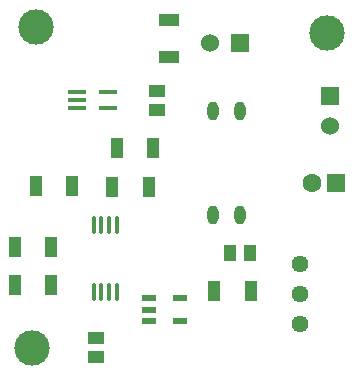
<source format=gbr>
%TF.GenerationSoftware,KiCad,Pcbnew,8.0.2*%
%TF.CreationDate,2024-06-16T16:48:48+02:00*%
%TF.ProjectId,SCS LEDs,53435320-4c45-4447-932e-6b696361645f,rev?*%
%TF.SameCoordinates,Original*%
%TF.FileFunction,Soldermask,Top*%
%TF.FilePolarity,Negative*%
%FSLAX46Y46*%
G04 Gerber Fmt 4.6, Leading zero omitted, Abs format (unit mm)*
G04 Created by KiCad (PCBNEW 8.0.2) date 2024-06-16 16:48:48*
%MOMM*%
%LPD*%
G01*
G04 APERTURE LIST*
G04 Aperture macros list*
%AMRoundRect*
0 Rectangle with rounded corners*
0 $1 Rounding radius*
0 $2 $3 $4 $5 $6 $7 $8 $9 X,Y pos of 4 corners*
0 Add a 4 corners polygon primitive as box body*
4,1,4,$2,$3,$4,$5,$6,$7,$8,$9,$2,$3,0*
0 Add four circle primitives for the rounded corners*
1,1,$1+$1,$2,$3*
1,1,$1+$1,$4,$5*
1,1,$1+$1,$6,$7*
1,1,$1+$1,$8,$9*
0 Add four rect primitives between the rounded corners*
20,1,$1+$1,$2,$3,$4,$5,0*
20,1,$1+$1,$4,$5,$6,$7,0*
20,1,$1+$1,$6,$7,$8,$9,0*
20,1,$1+$1,$8,$9,$2,$3,0*%
G04 Aperture macros list end*
%ADD10RoundRect,0.100000X0.100000X-0.637500X0.100000X0.637500X-0.100000X0.637500X-0.100000X-0.637500X0*%
%ADD11R,1.050000X1.800000*%
%ADD12R,1.600000X1.600000*%
%ADD13C,1.600000*%
%ADD14O,0.950000X1.600000*%
%ADD15R,1.150000X0.600000*%
%ADD16R,1.530000X1.530000*%
%ADD17C,1.530000*%
%ADD18R,1.470000X1.070000*%
%ADD19C,3.000000*%
%ADD20R,1.070000X1.470000*%
%ADD21R,1.800000X1.050000*%
%ADD22C,1.440000*%
%ADD23RoundRect,0.100000X-0.650000X-0.100000X0.650000X-0.100000X0.650000X0.100000X-0.650000X0.100000X0*%
G04 APERTURE END LIST*
D10*
%TO.C,U2*%
X76520000Y-73805100D03*
X77170000Y-73805100D03*
X77820000Y-73805100D03*
X78470000Y-73805100D03*
X78470000Y-68080100D03*
X77820000Y-68080100D03*
X77170000Y-68080100D03*
X76520000Y-68080100D03*
%TD*%
D11*
%TO.C,R1*%
X89815000Y-73660000D03*
X86715000Y-73660000D03*
%TD*%
D12*
%TO.C,C1*%
X97028000Y-64516000D03*
D13*
X95028000Y-64516000D03*
%TD*%
D11*
%TO.C,R3*%
X71602000Y-64770000D03*
X74702000Y-64770000D03*
%TD*%
D14*
%TO.C,K1*%
X86614000Y-67220000D03*
X88900000Y-67220000D03*
X88900000Y-58420000D03*
X86614000Y-58420000D03*
%TD*%
D15*
%TO.C,G1*%
X81220000Y-74300000D03*
X81220000Y-75250000D03*
X81220000Y-76200000D03*
X83820000Y-76200000D03*
X83820000Y-74300000D03*
%TD*%
D16*
%TO.C,J1*%
X88900000Y-52705000D03*
D17*
X86360000Y-52705000D03*
%TD*%
D18*
%TO.C,C4*%
X81889600Y-56736400D03*
X81889600Y-58376400D03*
%TD*%
D11*
%TO.C,R5*%
X69824000Y-73152000D03*
X72924000Y-73152000D03*
%TD*%
D19*
%TO.C,*%
X71628000Y-51308000D03*
%TD*%
%TO.C,*%
X96266000Y-51816000D03*
%TD*%
D11*
%TO.C,R4*%
X72924000Y-69977000D03*
X69824000Y-69977000D03*
%TD*%
D18*
%TO.C,C3*%
X76708000Y-79306000D03*
X76708000Y-77666000D03*
%TD*%
D11*
%TO.C,R7*%
X81560000Y-61595000D03*
X78460000Y-61595000D03*
%TD*%
D20*
%TO.C,C2*%
X88080000Y-70485000D03*
X89720000Y-70485000D03*
%TD*%
D16*
%TO.C,J2*%
X96520000Y-57150000D03*
D17*
X96520000Y-59690000D03*
%TD*%
D21*
%TO.C,R2*%
X82905600Y-50748600D03*
X82905600Y-53848600D03*
%TD*%
D11*
%TO.C,R6*%
X78079000Y-64897000D03*
X81179000Y-64897000D03*
%TD*%
D22*
%TO.C,U3*%
X93948000Y-71435500D03*
X93948000Y-73975500D03*
X93948000Y-76515500D03*
%TD*%
D19*
%TO.C,*%
X71272400Y-78536800D03*
%TD*%
D23*
%TO.C,U1*%
X75073200Y-56855600D03*
X75073200Y-57505600D03*
X75073200Y-58155600D03*
X77733200Y-58155600D03*
X77733200Y-56855600D03*
%TD*%
M02*

</source>
